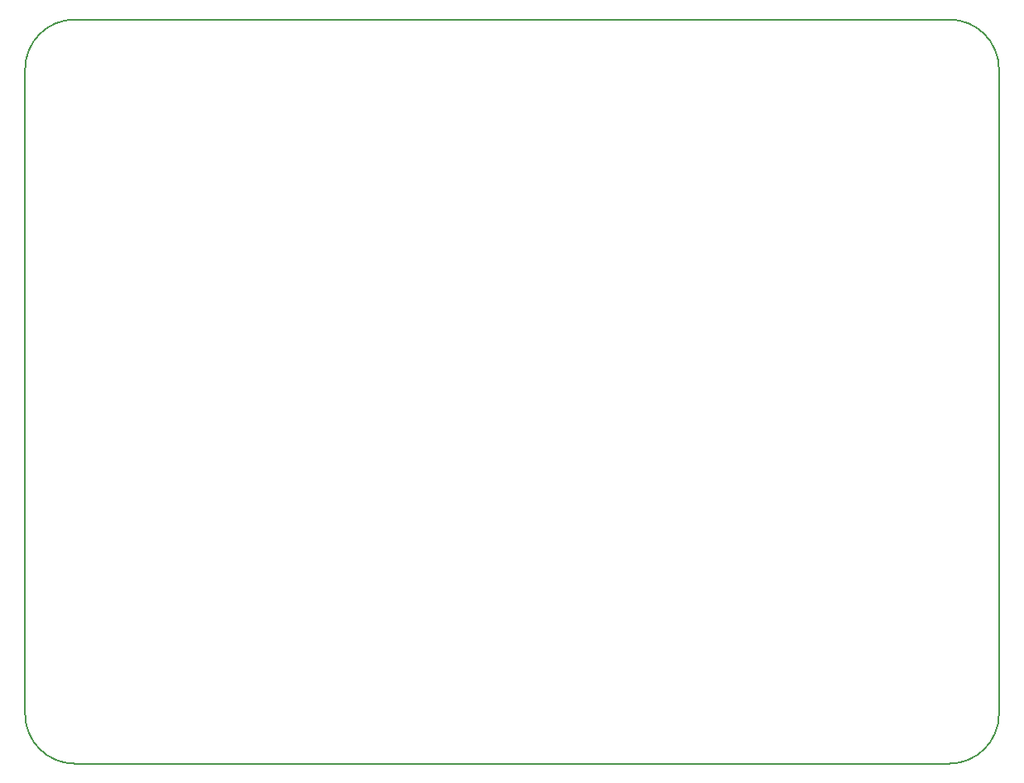
<source format=gbr>
%TF.GenerationSoftware,KiCad,Pcbnew,5.99.0+really5.1.10+dfsg1-1*%
%TF.CreationDate,2021-12-24T14:47:20+01:00*%
%TF.ProjectId,8051dumper,38303531-6475-46d7-9065-722e6b696361,1*%
%TF.SameCoordinates,PX60e4b00PYc1c9600*%
%TF.FileFunction,Profile,NP*%
%FSLAX46Y46*%
G04 Gerber Fmt 4.6, Leading zero omitted, Abs format (unit mm)*
G04 Created by KiCad (PCBNEW 5.99.0+really5.1.10+dfsg1-1) date 2021-12-24 14:47:20*
%MOMM*%
%LPD*%
G01*
G04 APERTURE LIST*
%TA.AperFunction,Profile*%
%ADD10C,0.150000*%
%TD*%
G04 APERTURE END LIST*
D10*
X2000000Y71120000D02*
G75*
G02*
X7080000Y76200000I5080000J0D01*
G01*
X96520000Y76200000D02*
G75*
G02*
X101600000Y71120000I0J-5080000D01*
G01*
X101600000Y5080000D02*
G75*
G02*
X96520000Y0I-5080000J0D01*
G01*
X7080000Y0D02*
G75*
G02*
X2000000Y5080000I0J5080000D01*
G01*
X2000000Y71120000D02*
X2000000Y5080000D01*
X96520000Y76200000D02*
X7080000Y76200000D01*
X101600000Y5080000D02*
X101600000Y71120000D01*
X7080000Y0D02*
X96520000Y0D01*
M02*

</source>
